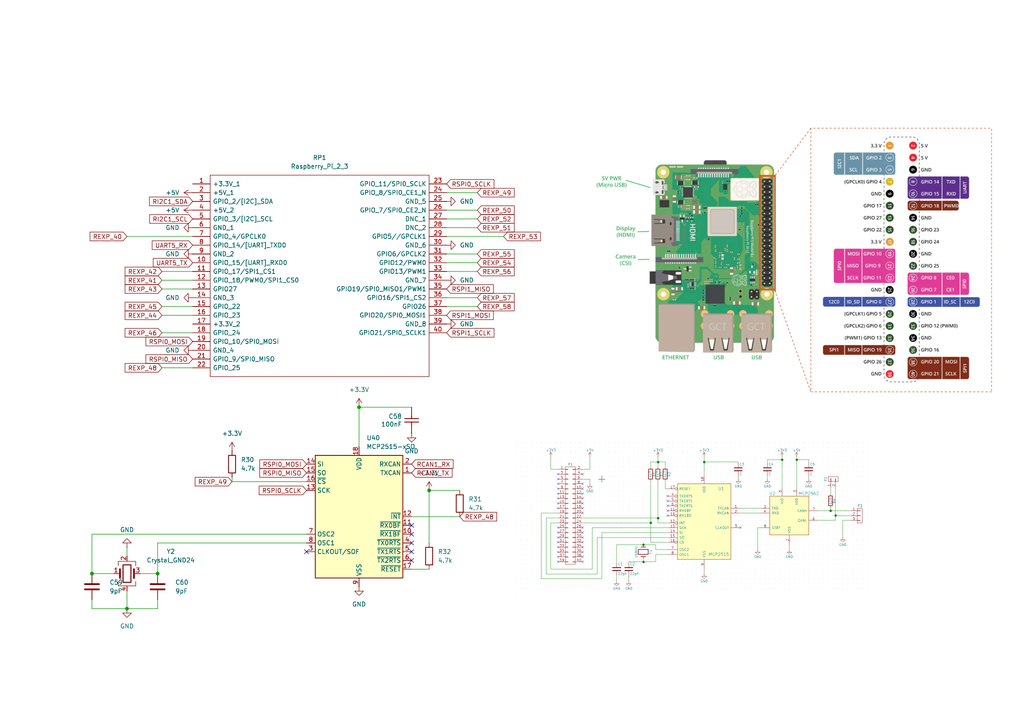
<source format=kicad_sch>
(kicad_sch (version 20250114) (generator "eeschema") (generator_version "9.0")
  (paper "A4")
  (lib_symbols
    (symbol "Device:C" (pin_numbers (hide yes)) (pin_names (offset 0.254))
      (property "Reference" "C" (at 0.635 2.54 0))
      (property "Value" "C" (at 0.635 -2.54 0))
      (symbol "C_0_1"
        (polyline (pts (xy -2.032 0.762) (xy 2.032 0.762)) (stroke (width 0.508)))
        (polyline (pts (xy -2.032 -0.762) (xy 2.032 -0.762)) (stroke (width 0.508)))
      )
      (symbol "C_1_1"
        (pin passive line (at 0 3.81 270) (length 2.794) (name "~") (number "1"))
        (pin passive line (at 0 -3.81 90) (length 2.794) (name "~") (number "2"))
      )
    )
    (symbol "Device:Crystal_GND24" (pin_names (offset 1.016) (hide yes))
      (property "Reference" "Y" (at 3.175 5.08 0))
      (property "Value" "Crystal_GND24" (at 3.175 3.175 0))
      (symbol "Crystal_GND24_0_1"
        (polyline (pts (xy -2.54 2.286) (xy -2.54 3.556) (xy 2.54 3.556) (xy 2.54 2.286)))
        (polyline (pts (xy -2.54 0) (xy -2.032 0)))
        (polyline (pts (xy -2.54 -2.286) (xy -2.54 -3.556) (xy 2.54 -3.556) (xy 2.54 -2.286)))
        (polyline (pts (xy -2.032 -1.27) (xy -2.032 1.27)) (stroke (width 0.508)))
        (rectangle (start -1.143 2.54) (end 1.143 -2.54) (stroke (width 0.3048)))
        (polyline (pts (xy 0 3.556) (xy 0 3.81)))
        (polyline (pts (xy 0 -3.81) (xy 0 -3.556)))
        (polyline (pts (xy 2.032 0) (xy 2.54 0)))
        (polyline (pts (xy 2.032 -1.27) (xy 2.032 1.27)) (stroke (width 0.508)))
      )
      (symbol "Crystal_GND24_1_1"
        (pin passive line (at -3.81 0 0) (length 1.27) (name "1") (number "1"))
        (pin passive line (at 0 5.08 270) (length 1.27) (name "2") (number "2"))
        (pin passive line (at 0 -5.08 90) (length 1.27) (name "4") (number "4"))
        (pin passive line (at 3.81 0 180) (length 1.27) (name "3") (number "3"))
      )
    )
    (symbol "Device:R" (pin_numbers (hide yes)) (pin_names (offset 0))
      (property "Reference" "R" (at 2.032 0 90))
      (property "Value" "R" (at 0 0 90))
      (symbol "R_0_1"
        (rectangle (start -1.016 -2.54) (end 1.016 2.54) (stroke (width 0.254)))
      )
      (symbol "R_1_1"
        (pin passive line (at 0 3.81 270) (length 1.27) (name "~") (number "1"))
        (pin passive line (at 0 -3.81 90) (length 1.27) (name "~") (number "2"))
      )
    )
    (symbol "Interface_CAN_LIN:MCP2515-xSO"
      (property "Reference" "U" (at -10.16 19.685 0))
      (property "Value" "MCP2515-xSO" (at 19.05 20.32 0))
      (symbol "MCP2515-xSO_0_1"
        (rectangle (start -12.7 17.78) (end 12.7 -17.78) (stroke (width 0.254)) (fill (type background)))
      )
      (symbol "MCP2515-xSO_1_1"
        (pin input line (at -15.24 15.24 0) (length 2.54) (name "SI") (number "14"))
        (pin output line (at -15.24 12.7 0) (length 2.54) (name "SO") (number "15"))
        (pin input line (at -15.24 10.16 0) (length 2.54) (name "~{CS}") (number "16"))
        (pin input line (at -15.24 7.62 0) (length 2.54) (name "SCK") (number "13"))
        (pin output line (at -15.24 -5.08 0) (length 2.54) (name "OSC2") (number "7"))
        (pin input line (at -15.24 -7.62 0) (length 2.54) (name "OSC1") (number "8"))
        (pin output line (at -15.24 -10.16 0) (length 2.54) (name "CLKOUT/SOF") (number "3"))
        (pin power_in line (at 0 20.32 270) (length 2.54) (name "VDD") (number "18"))
        (pin power_in line (at 0 -20.32 90) (length 2.54) (name "VSS") (number "9"))
        (pin input line (at 15.24 15.24 180) (length 2.54) (name "RXCAN") (number "2"))
        (pin output line (at 15.24 12.7 180) (length 2.54) (name "TXCAN") (number "1"))
        (pin output line (at 15.24 0 180) (length 2.54) (name "~{INT}") (number "12"))
        (pin output line (at 15.24 -2.54 180) (length 2.54) (name "~{RX0BF}") (number "11"))
        (pin output line (at 15.24 -5.08 180) (length 2.54) (name "~{RX1BF}") (number "10"))
        (pin input line (at 15.24 -7.62 180) (length 2.54) (name "~{TX0RTS}") (number "4"))
        (pin input line (at 15.24 -10.16 180) (length 2.54) (name "~{TX1RTS}") (number "5"))
        (pin input line (at 15.24 -12.7 180) (length 2.54) (name "~{TX2RTS}") (number "6"))
        (pin input line (at 15.24 -15.24 180) (length 2.54) (name "~{RESET}") (number "17"))
      )
    )
    (symbol "hellen-one-common:Cap" (pin_numbers (hide yes))
      (property "Reference" "C" (at -3.81 2.54 0))
      (property "Value" "Cap" (at -2.54 -1.27 0))
      (symbol "Cap_1_0"
        (polyline (pts (xy -1.27 0) (xy -0.508 0)) (stroke (width 0.254)))
        (polyline (pts (xy -0.508 -2.032) (xy -0.508 2.032)) (stroke (width 0.254)))
        (polyline (pts (xy 0.508 2.032) (xy 0.508 -2.032)) (stroke (width 0.254)))
        (polyline (pts (xy 1.27 0) (xy 0.508 0)) (stroke (width 0.254)))
        (pin passive line (at -3.81 0 0) (length 2.54) (name "") (number "1"))
        (pin passive line (at 3.81 0 180) (length 2.54) (name "") (number "2"))
      )
    )
    (symbol "iota:Raspberry_Pi_2_3" (pin_names (offset 0.762))
      (property "Reference" "RP1" (at 36.83 7.62 0))
      (property "Value" "Raspberry_Pi_2_3" (at 36.83 5.08 0))
      (symbol "Raspberry_Pi_2_3_0_0"
        (pin bidirectional line (at 0 0 0) (length 5.08) (name "+3.3V_1") (number "1"))
        (pin bidirectional line (at 0 -2.54 0) (length 5.08) (name "+5V_1") (number "2"))
        (pin bidirectional line (at 0 -5.08 0) (length 5.08) (name "GPIO_2/[I2C]_SDA") (number "3"))
        (pin bidirectional line (at 0 -7.62 0) (length 5.08) (name "+5V_2") (number "4"))
        (pin bidirectional line (at 0 -10.16 0) (length 5.08) (name "GPIO_3/[I2C]_SCL") (number "5"))
        (pin bidirectional line (at 0 -12.7 0) (length 5.08) (name "GND_1") (number "6"))
        (pin bidirectional line (at 0 -15.24 0) (length 5.08) (name "GPIO_4/GPCLK0") (number "7"))
        (pin bidirectional line (at 0 -17.78 0) (length 5.08) (name "GPIO_14/[UART]_TXD0") (number "8"))
        (pin bidirectional line (at 0 -20.32 0) (length 5.08) (name "GND_2") (number "9"))
        (pin bidirectional line (at 0 -22.86 0) (length 5.08) (name "GPIO_15/[UART]_RXD0") (number "10"))
        (pin bidirectional line (at 0 -25.4 0) (length 5.08) (name "GPIO_17/SPI1_CS1") (number "11"))
        (pin bidirectional line (at 0 -27.94 0) (length 5.08) (name "GPIO_18/PWM0/SPI1_CS0") (number "12"))
        (pin bidirectional line (at 0 -30.48 0) (length 5.08) (name "GPIO27") (number "13"))
        (pin bidirectional line (at 0 -33.02 0) (length 5.08) (name "GND_3") (number "14"))
        (pin bidirectional line (at 0 -35.56 0) (length 5.08) (name "GPIO_22") (number "15"))
        (pin bidirectional line (at 0 -38.1 0) (length 5.08) (name "GPIO_23") (number "16"))
        (pin bidirectional line (at 0 -40.64 0) (length 5.08) (name "+3.3V_2") (number "17"))
        (pin bidirectional line (at 0 -43.18 0) (length 5.08) (name "GPIO_24") (number "18"))
        (pin bidirectional line (at 0 -45.72 0) (length 5.08) (name "GPIO_10/SPI0_MOSI") (number "19"))
        (pin bidirectional line (at 0 -48.26 0) (length 5.08) (name "GND_4") (number "20"))
        (pin bidirectional line (at 0 -50.8 0) (length 5.08) (name "GPIO_9/SPI0_MISO") (number "21"))
        (pin bidirectional line (at 0 -53.34 0) (length 5.08) (name "GPIO_25") (number "22"))
        (pin bidirectional line (at 73.66 0 180) (length 5.08) (name "GPIO_11/SPI0_SCLK") (number "23"))
        (pin bidirectional line (at 73.66 -2.54 180) (length 5.08) (name "GPIO_8/SPI0_CE1_N") (number "24"))
        (pin bidirectional line (at 73.66 -5.08 180) (length 5.08) (name "GND_5") (number "25"))
        (pin bidirectional line (at 73.66 -7.62 180) (length 5.08) (name "GPIO_7/SPI0_CE2_N") (number "26"))
        (pin bidirectional line (at 73.66 -10.16 180) (length 5.08) (name "DNC_1") (number "27"))
        (pin bidirectional line (at 73.66 -12.7 180) (length 5.08) (name "DNC_2") (number "28"))
        (pin bidirectional line (at 73.66 -15.24 180) (length 5.08) (name "GPIO5//GPCLK1") (number "29"))
        (pin bidirectional line (at 73.66 -17.78 180) (length 5.08) (name "GND_6") (number "30"))
        (pin bidirectional line (at 73.66 -20.32 180) (length 5.08) (name "GPIO6/GPCLK2") (number "31"))
        (pin bidirectional line (at 73.66 -22.86 180) (length 5.08) (name "GPIO12/PWM0") (number "32"))
        (pin bidirectional line (at 73.66 -25.4 180) (length 5.08) (name "GPIO13/PWM1") (number "33"))
        (pin bidirectional line (at 73.66 -27.94 180) (length 5.08) (name "GND_7") (number "34"))
        (pin bidirectional line (at 73.66 -30.48 180) (length 5.08) (name "GPIO19/SPI0_MISO1/PWM1") (number "35"))
        (pin bidirectional line (at 73.66 -33.02 180) (length 5.08) (name "GPIO16/SPI1_CS2") (number "36"))
        (pin bidirectional line (at 73.66 -35.56 180) (length 5.08) (name "GPIO26") (number "37"))
        (pin bidirectional line (at 73.66 -38.1 180) (length 5.08) (name "GPIO20/SPI0_MOSI1") (number "38"))
        (pin bidirectional line (at 73.66 -40.64 180) (length 5.08) (name "GND_8") (number "39"))
        (pin bidirectional line (at 73.66 -43.18 180) (length 5.08) (name "GPIO21/SPI0_SCLK1") (number "40"))
      )
      (symbol "Raspberry_Pi_2_3_0_1"
        (polyline (pts (xy 5.08 2.54) (xy 68.58 2.54) (xy 68.58 -55.88) (xy 5.08 -55.88) (xy 5.08 2.54)) (stroke (width 0.1524)))
      )
    )
    (symbol "power:+3.3V" (power) (pin_numbers (hide yes)) (pin_names (offset 0) (hide yes))
      (property "Value" "+3.3V" (at 0 3.556 0))
      (symbol "+3.3V_0_1"
        (polyline (pts (xy -0.762 1.27) (xy 0 2.54)))
        (polyline (pts (xy 0 2.54) (xy 0.762 1.27)))
        (polyline (pts (xy 0 0) (xy 0 2.54)))
      )
      (symbol "+3.3V_1_1"
        (pin power_in line (at 0 0 90) (length 0) (name "~") (number "1"))
      )
    )
    (symbol "power:+5V" (power) (pin_numbers (hide yes)) (pin_names (offset 0) (hide yes))
      (property "Value" "+5V" (at 0 3.556 0))
      (symbol "+5V_0_1"
        (polyline (pts (xy -0.762 1.27) (xy 0 2.54)))
        (polyline (pts (xy 0 2.54) (xy 0.762 1.27)))
        (polyline (pts (xy 0 0) (xy 0 2.54)))
      )
      (symbol "+5V_1_1"
        (pin power_in line (at 0 0 90) (length 0) (name "~") (number "1"))
      )
    )
    (symbol "power:GND" (power) (pin_numbers (hide yes)) (pin_names (offset 0) (hide yes))
      (property "Value" "GND" (at 0 -3.81 0))
      (symbol "GND_0_1"
        (polyline (pts (xy 0 0) (xy 0 -1.27) (xy 1.27 -1.27) (xy 0 -2.54) (xy -1.27 -1.27) (xy 0 -1.27)))
      )
      (symbol "GND_1_1"
        (pin power_in line (at 0 0 270) (length 0) (name "~") (number "1"))
      )
    )
  )
  (junction (at 26.67 166.37))
  (junction (at 124.46 142.24))
  (junction (at 45.72 166.37))
  (junction (at 104.14 118.11))
  (junction (at 36.83 176.53))
  (no_connect (at 119.38 162.56))
  (no_connect (at 88.9 160.02))
  (no_connect (at 119.38 152.4))
  (no_connect (at 119.38 160.02))
  (no_connect (at 119.38 154.94))
  (no_connect (at 119.38 157.48))
  (wire (pts (xy 138.43 55.88) (xy 129.54 55.88)))
  (wire (pts (xy 119.38 149.86) (xy 133.35 149.86)))
  (wire (pts (xy 138.43 66.04) (xy 129.54 66.04)))
  (wire (pts (xy 45.72 176.53) (xy 36.83 176.53)))
  (wire (pts (xy 138.43 88.9) (xy 129.54 88.9)))
  (wire (pts (xy 36.83 171.45) (xy 36.83 176.53)))
  (wire (pts (xy 26.67 173.99) (xy 26.67 176.53)))
  (wire (pts (xy 45.72 157.48) (xy 45.72 166.37)))
  (wire (pts (xy 26.67 166.37) (xy 33.02 166.37)))
  (wire (pts (xy 88.9 154.94) (xy 26.67 154.94)))
  (wire (pts (xy 124.46 142.24) (xy 124.46 157.48)))
  (wire (pts (xy 146.05 68.58) (xy 129.54 68.58)))
  (wire (pts (xy 124.46 165.1) (xy 119.38 165.1)))
  (wire (pts (xy 138.43 63.5) (xy 129.54 63.5)))
  (wire (pts (xy 46.99 91.44) (xy 55.88 91.44)))
  (wire (pts (xy 124.46 142.24) (xy 133.35 142.24)))
  (wire (pts (xy 40.64 166.37) (xy 45.72 166.37)))
  (wire (pts (xy 46.99 83.82) (xy 55.88 83.82)))
  (wire (pts (xy 46.99 106.68) (xy 55.88 106.68)))
  (wire (pts (xy 46.99 88.9) (xy 55.88 88.9)))
  (wire (pts (xy 138.43 60.96) (xy 129.54 60.96)))
  (wire (pts (xy 138.43 73.66) (xy 129.54 73.66)))
  (wire (pts (xy 138.43 76.2) (xy 129.54 76.2)))
  (wire (pts (xy 67.31 139.7) (xy 67.31 138.43)))
  (wire (pts (xy 104.14 118.11) (xy 104.14 129.54)))
  (wire (pts (xy 26.67 176.53) (xy 36.83 176.53)))
  (wire (pts (xy 88.9 157.48) (xy 45.72 157.48)))
  (wire (pts (xy 45.72 173.99) (xy 45.72 176.53)))
  (wire (pts (xy 67.31 139.7) (xy 88.9 139.7)))
  (wire (pts (xy 46.99 96.52) (xy 55.88 96.52)))
  (wire (pts (xy 36.83 158.75) (xy 36.83 161.29)))
  (wire (pts (xy 46.99 81.28) (xy 55.88 81.28)))
  (wire (pts (xy 26.67 154.94) (xy 26.67 166.37)))
  (wire (pts (xy 138.43 86.36) (xy 129.54 86.36)))
  (wire (pts (xy 36.83 68.58) (xy 55.88 68.58)))
  (wire (pts (xy 138.43 78.74) (xy 129.54 78.74)))
  (wire (pts (xy 46.99 78.74) (xy 55.88 78.74)))
  (wire (pts (xy 104.14 118.11) (xy 119.38 118.11)))
  (image (at 231.14 74.93))
  (image (at 200.66 149.86))
  (global_label "RSPI0_MISO" (shape input) (at 88.9 137.16 180) (property "Intersheetrefs" "${INTERSHEET_REFS}" (effects (hide yes))))
  (global_label "RI2C1_SCL" (shape input) (at 55.88 63.5 180) (property "Intersheetrefs" "${INTERSHEET_REFS}" (effects (hide yes))))
  (global_label "REXP_54" (shape input) (at 138.43 76.2 0) (property "Intersheetrefs" "${INTERSHEET_REFS}" (effects (hide yes))))
  (global_label "REXP_43" (shape input) (at 46.99 83.82 180) (property "Intersheetrefs" "${INTERSHEET_REFS}" (effects (hide yes))))
  (global_label "REXP_42" (shape input) (at 46.99 78.74 180) (property "Intersheetrefs" "${INTERSHEET_REFS}" (effects (hide yes))))
  (global_label "REXP_48" (shape input) (at 133.35 149.86 0) (property "Intersheetrefs" "${INTERSHEET_REFS}" (effects (hide yes))))
  (global_label "UART5_TX" (shape input) (at 55.88 76.2 180) (property "Intersheetrefs" "${INTERSHEET_REFS}" (effects (hide yes))))
  (global_label "RCAN1_TX" (shape input) (at 119.38 137.16 0) (property "Intersheetrefs" "${INTERSHEET_REFS}" (effects (hide yes))))
  (global_label "RSPI0_MISO" (shape input) (at 55.88 104.14 180) (property "Intersheetrefs" "${INTERSHEET_REFS}" (effects (hide yes))))
  (global_label "RSPI1_MOSI" (shape input) (at 129.54 91.44 0) (property "Intersheetrefs" "${INTERSHEET_REFS}" (effects (hide yes))))
  (global_label "RSPI1_MISO" (shape input) (at 129.54 83.82 0) (property "Intersheetrefs" "${INTERSHEET_REFS}" (effects (hide yes))))
  (global_label "REXP_41" (shape input) (at 46.99 81.28 180) (property "Intersheetrefs" "${INTERSHEET_REFS}" (effects (hide yes))))
  (global_label "REXP_44" (shape input) (at 46.99 91.44 180) (property "Intersheetrefs" "${INTERSHEET_REFS}" (effects (hide yes))))
  (global_label "RCAN1_RX" (shape input) (at 119.38 134.62 0) (property "Intersheetrefs" "${INTERSHEET_REFS}" (effects (hide yes))))
  (global_label "REXP_45" (shape input) (at 46.99 88.9 180) (property "Intersheetrefs" "${INTERSHEET_REFS}" (effects (hide yes))))
  (global_label "REXP_40" (shape input) (at 36.83 68.58 180) (property "Intersheetrefs" "${INTERSHEET_REFS}" (effects (hide yes))))
  (global_label "REXP_49" (shape input) (at 138.43 55.88 0) (property "Intersheetrefs" "${INTERSHEET_REFS}" (effects (hide yes))))
  (global_label "REXP_50" (shape input) (at 138.43 60.96 0) (property "Intersheetrefs" "${INTERSHEET_REFS}" (effects (hide yes))))
  (global_label "REXP_56" (shape input) (at 138.43 78.74 0) (property "Intersheetrefs" "${INTERSHEET_REFS}" (effects (hide yes))))
  (global_label "RSPI0_SCLK" (shape input) (at 129.54 53.34 0) (property "Intersheetrefs" "${INTERSHEET_REFS}" (effects (hide yes))))
  (global_label "RI2C1_SDA" (shape input) (at 55.88 58.42 180) (property "Intersheetrefs" "${INTERSHEET_REFS}" (effects (hide yes))))
  (global_label "RSPI0_SCLK" (shape input) (at 88.9 142.24 180) (property "Intersheetrefs" "${INTERSHEET_REFS}" (effects (hide yes))))
  (global_label "REXP_57" (shape input) (at 138.43 86.36 0) (property "Intersheetrefs" "${INTERSHEET_REFS}" (effects (hide yes))))
  (global_label "REXP_58" (shape input) (at 138.43 88.9 0) (property "Intersheetrefs" "${INTERSHEET_REFS}" (effects (hide yes))))
  (global_label "REXP_49" (shape input) (at 67.31 139.7 180) (property "Intersheetrefs" "${INTERSHEET_REFS}" (effects (hide yes))))
  (global_label "RSPI1_SCLK" (shape input) (at 129.54 96.52 0) (property "Intersheetrefs" "${INTERSHEET_REFS}" (effects (hide yes))))
  (global_label "REXP_53" (shape input) (at 146.05 68.58 0) (property "Intersheetrefs" "${INTERSHEET_REFS}" (effects (hide yes))))
  (global_label "REXP_48" (shape input) (at 46.99 106.68 180) (property "Intersheetrefs" "${INTERSHEET_REFS}" (effects (hide yes))))
  (global_label "UART5_RX" (shape input) (at 55.88 71.12 180) (property "Intersheetrefs" "${INTERSHEET_REFS}" (effects (hide yes))))
  (global_label "REXP_55" (shape input) (at 138.43 73.66 0) (property "Intersheetrefs" "${INTERSHEET_REFS}" (effects (hide yes))))
  (global_label "RSPI0_MOSI" (shape input) (at 88.9 134.62 180) (property "Intersheetrefs" "${INTERSHEET_REFS}" (effects (hide yes))))
  (global_label "RSPI0_MOSI" (shape input) (at 55.88 99.06 180) (property "Intersheetrefs" "${INTERSHEET_REFS}" (effects (hide yes))))
  (global_label "REXP_51" (shape input) (at 138.43 66.04 0) (property "Intersheetrefs" "${INTERSHEET_REFS}" (effects (hide yes))))
  (global_label "REXP_52" (shape input) (at 138.43 63.5 0) (property "Intersheetrefs" "${INTERSHEET_REFS}" (effects (hide yes))))
  (global_label "REXP_46" (shape input) (at 46.99 96.52 180) (property "Intersheetrefs" "${INTERSHEET_REFS}" (effects (hide yes))))
  (symbol (lib_id "power:+5V") (at 55.88 60.96 90) (unit 1)
    (property "Reference" "#PWR0200" (effects (hide yes)))
    (property "Value" "+5V" (at 52.07 60.9599 90) (effects (justify left)))
    (property "Description" "Power symbol creates a global label with name \"+5V\"" (effects (hide yes)))
  )
  (symbol (lib_id "Device:C") (at 45.72 170.18 0) (unit 1)
    (property "Reference" "C60" (at 50.8 168.9099 0) (effects (justify left)))
    (property "Value" "9pF" (at 50.8 171.4499 0) (effects (justify left)))
    (property "Footprint" "Capacitor_SMD:C_0402_1005Metric" (effects (hide yes)))
    (property "Datasheet" "GRM155R61H105KE05D" (effects (hide yes)))
    (property "Description" "Unpolarized capacitor" (effects (hide yes)))
  )
  (symbol (lib_id "power:GND") (at 36.83 158.75 180) (unit 1)
    (property "Reference" "#PWR0212" (effects (hide yes)))
    (property "Value" "GND" (at 36.83 153.67 0))
    (property "Description" "Power symbol creates a global label with name \"GND\" , ground" (effects (hide yes)))
  )
  (symbol (lib_id "power:+3.3V") (at 124.46 142.24 0) (unit 1)
    (property "Reference" "#PWR0211" (effects (hide yes)))
    (property "Value" "+3.3V" (at 124.46 137.16 0))
    (property "Description" "Power symbol creates a global label with name \"+3.3V\"" (effects (hide yes)))
  )
  (symbol (lib_id "power:GND") (at 55.88 73.66 270) (unit 1)
    (property "Reference" "#PWR0203" (effects (hide yes)))
    (property "Value" "GND" (at 52.07 73.6599 90) (effects (justify right)))
    (property "Description" "Power symbol creates a global label with name \"GND\" , ground" (effects (hide yes)))
  )
  (symbol (lib_id "power:GND") (at 55.88 66.04 270) (unit 1)
    (property "Reference" "#PWR0201" (effects (hide yes)))
    (property "Value" "GND" (at 52.07 66.0399 90) (effects (justify right)))
    (property "Description" "Power symbol creates a global label with name \"GND\" , ground" (effects (hide yes)))
  )
  (symbol (lib_id "power:GND") (at 129.54 71.12 90) (unit 1)
    (property "Reference" "#PWR0202" (effects (hide yes)))
    (property "Value" "GND" (at 133.35 71.1199 90) (effects (justify right)))
    (property "Description" "Power symbol creates a global label with name \"GND\" , ground" (effects (hide yes)))
  )
  (symbol (lib_id "Interface_CAN_LIN:MCP2515-xSO") (at 104.14 149.86 0) (unit 1)
    (property "Reference" "U40" (at 106.2833 127 0) (effects (justify left)))
    (property "Value" "MCP2515-xSO" (at 106.2833 129.54 0) (effects (justify left)))
    (property "Footprint" "Package_SO:SOIC-18W_7.5x11.6mm_P1.27mm" (effects (hide yes)))
    (property "Datasheet" "http://ww1.microchip.com/downloads/en/DeviceDoc/21801e.pdf" (effects (hide yes)))
    (property "Description" "Stand-Alone CAN Controller with SPI Interface, SOIC-18" (effects (hide yes)))
  )
  (symbol (lib_id "iota:Raspberry_Pi_2_3") (at 55.88 53.34 0) (unit 1)
    (property "Reference" "RP1" (at 92.71 45.72 0))
    (property "Value" "Raspberry_Pi_2_3" (at 92.71 48.26 0))
    (property "Footprint" "iota:raspberrypi_2_3" (effects (hide yes)))
    (property "Datasheet" "https://cdn.sparkfun.com/assets/learn_tutorials/6/7/6/PiZero_1.pdf" (effects (hide yes)))
    (property "Description" "Raspberry Pi Zero W (v1.3) Single-board Computers" (effects (hide yes)))
    (property "Description_1" "Raspberry Pi Zero 2 or 3 Single-board Computers" (effects (hide yes)))
    (property "Manufacturer_Name" "RASPBERRY-PI" (effects (hide yes)))
    (property "Manufacturer_Part_Number" "Raspberry Pi 2 or 3" (effects (hide yes)))
  )
  (symbol (lib_id "hellen-one-common:Cap") (at 119.38 121.92 270) (mirror x) (unit 1)
    (property "Reference" "C58" (at 116.5859 120.7706 90) (effects (justify right)))
    (property "Value" "100nF" (at 116.5859 123.0693 90) (effects (justify right)))
    (property "Footprint" "Capacitor_SMD:C_0402_1005Metric" (effects (hide yes)))
    (property "LCSC" "C1671" (effects (hide yes)))
  )
  (symbol (lib_id "power:+5V") (at 55.88 55.88 90) (unit 1)
    (property "Reference" "#PWR0198" (effects (hide yes)))
    (property "Value" "+5V" (at 52.07 55.8799 90) (effects (justify left)))
    (property "Description" "Power symbol creates a global label with name \"+5V\"" (effects (hide yes)))
  )
  (symbol (lib_id "power:+3.3V") (at 67.31 130.81 0) (unit 1)
    (property "Reference" "#PWR0210" (effects (hide yes)))
    (property "Value" "+3.3V" (at 67.31 125.73 0))
    (property "Description" "Power symbol creates a global label with name \"+3.3V\"" (effects (hide yes)))
  )
  (symbol (lib_id "power:+3.3V") (at 104.14 118.11 0) (unit 1)
    (property "Reference" "#PWR0208" (effects (hide yes)))
    (property "Value" "+3.3V" (at 104.14 113.03 0))
    (property "Description" "Power symbol creates a global label with name \"+3.3V\"" (effects (hide yes)))
  )
  (symbol (lib_id "power:GND") (at 129.54 81.28 90) (unit 1)
    (property "Reference" "#PWR0204" (effects (hide yes)))
    (property "Value" "GND" (at 133.35 81.2799 90) (effects (justify right)))
    (property "Description" "Power symbol creates a global label with name \"GND\" , ground" (effects (hide yes)))
  )
  (symbol (lib_id "power:GND") (at 129.54 93.98 90) (unit 1)
    (property "Reference" "#PWR0206" (effects (hide yes)))
    (property "Value" "GND" (at 133.35 93.9799 90) (effects (justify right)))
    (property "Description" "Power symbol creates a global label with name \"GND\" , ground" (effects (hide yes)))
  )
  (symbol (lib_id "Device:C") (at 26.67 170.18 0) (unit 1)
    (property "Reference" "C59" (at 31.75 168.9099 0) (effects (justify left)))
    (property "Value" "9pF" (at 31.75 171.4499 0) (effects (justify left)))
    (property "Footprint" "Capacitor_SMD:C_0402_1005Metric" (effects (hide yes)))
    (property "Datasheet" "GRM155R61H105KE05D" (effects (hide yes)))
    (property "Description" "Unpolarized capacitor" (effects (hide yes)))
  )
  (symbol (lib_id "power:GND") (at 129.54 58.42 90) (unit 1)
    (property "Reference" "#PWR0199" (effects (hide yes)))
    (property "Value" "GND" (at 133.35 58.4199 90) (effects (justify right)))
    (property "Description" "Power symbol creates a global label with name \"GND\" , ground" (effects (hide yes)))
  )
  (symbol (lib_id "power:GND") (at 104.14 170.18 0) (unit 1)
    (property "Reference" "#PWR0213" (effects (hide yes)))
    (property "Value" "GND" (at 104.14 175.26 0))
    (property "Description" "Power symbol creates a global label with name \"GND\" , ground" (effects (hide yes)))
  )
  (symbol (lib_id "power:GND") (at 55.88 86.36 270) (unit 1)
    (property "Reference" "#PWR0205" (effects (hide yes)))
    (property "Value" "GND" (at 52.07 86.3599 90) (effects (justify right)))
    (property "Description" "Power symbol creates a global label with name \"GND\" , ground" (effects (hide yes)))
  )
  (symbol (lib_id "Device:R") (at 124.46 161.29 0) (unit 1)
    (property "Reference" "R32" (at 127 160.0199 0) (effects (justify left)))
    (property "Value" "4.7k" (at 127 162.5599 0) (effects (justify left)))
    (property "Footprint" "Resistor_SMD:R_0402_1005Metric" (effects (hide yes)))
    (property "Description" "Resistor" (effects (hide yes)))
  )
  (symbol (lib_id "Device:Crystal_GND24") (at 36.83 166.37 0) (unit 1)
    (property "Reference" "Y2" (at 49.53 159.9498 0))
    (property "Value" "Crystal_GND24" (at 49.53 162.4898 0))
    (property "Footprint" "Crystal:Crystal_SMD_SeikoEpson_TSX3225-4Pin_3.2x2.5mm" (effects (hide yes)))
    (property "Description" "Four pin crystal, GND on pins 2 and 4" (effects (hide yes)))
    (property "JLC" "C13738" (effects (hide yes)))
  )
  (symbol (lib_id "power:GND") (at 119.38 125.73 0) (unit 1)
    (property "Reference" "#PWR0209" (effects (hide yes)))
    (property "Value" "GND" (at 119.38 130.81 0))
    (property "Description" "Power symbol creates a global label with name \"GND\" , ground" (effects (hide yes)))
  )
  (symbol (lib_id "power:GND") (at 55.88 101.6 270) (unit 1)
    (property "Reference" "#PWR0207" (effects (hide yes)))
    (property "Value" "GND" (at 52.07 101.5999 90) (effects (justify right)))
    (property "Description" "Power symbol creates a global label with name \"GND\" , ground" (effects (hide yes)))
  )
  (symbol (lib_id "Device:R") (at 133.35 146.05 0) (unit 1)
    (property "Reference" "R31" (at 135.89 144.7799 0) (effects (justify left)))
    (property "Value" "4.7k" (at 135.89 147.3199 0) (effects (justify left)))
    (property "Footprint" "Resistor_SMD:R_0402_1005Metric" (effects (hide yes)))
    (property "Description" "Resistor" (effects (hide yes)))
  )
  (symbol (lib_id "power:GND") (at 36.83 176.53 0) (unit 1)
    (property "Reference" "#PWR0214" (effects (hide yes)))
    (property "Value" "GND" (at 36.83 181.61 0))
    (property "Description" "Power symbol creates a global label with name \"GND\" , ground" (effects (hide yes)))
  )
  (symbol (lib_id "Device:R") (at 67.31 134.62 0) (unit 1)
    (property "Reference" "R30" (at 69.85 133.3499 0) (effects (justify left)))
    (property "Value" "4.7k" (at 69.85 135.8899 0) (effects (justify left)))
    (property "Footprint" "Resistor_SMD:R_0402_1005Metric" (effects (hide yes)))
    (property "Description" "Resistor" (effects (hide yes)))
  )
)
</source>
